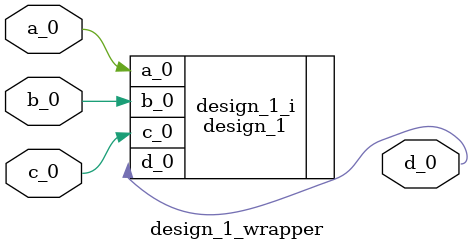
<source format=v>
`timescale 1 ps / 1 ps

module design_1_wrapper
   (a_0,
    b_0,
    c_0,
    d_0);
  input a_0;
  input b_0;
  input c_0;
  output d_0;

  wire a_0;
  wire b_0;
  wire c_0;
  wire d_0;

  design_1 design_1_i
       (.a_0(a_0),
        .b_0(b_0),
        .c_0(c_0),
        .d_0(d_0));
endmodule

</source>
